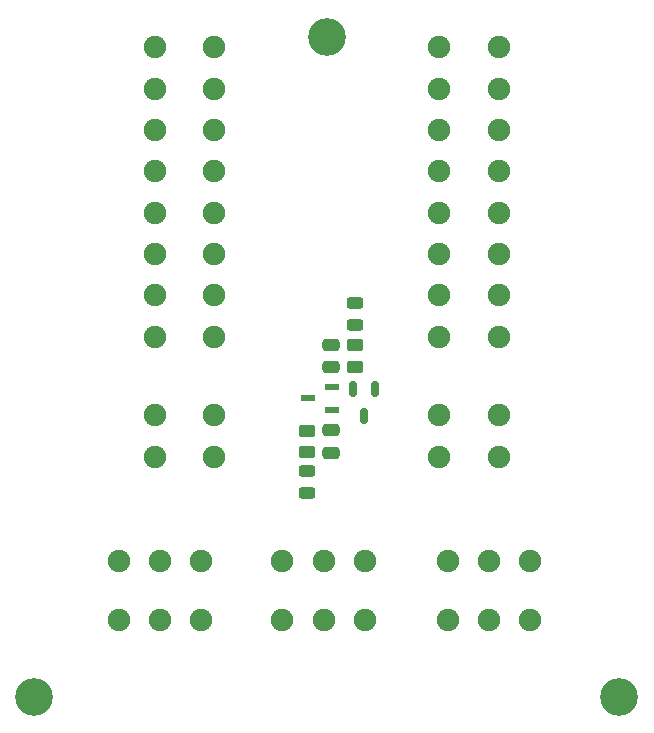
<source format=gts>
G04 #@! TF.GenerationSoftware,KiCad,Pcbnew,9.0.0*
G04 #@! TF.CreationDate,2025-02-28T23:24:18-08:00*
G04 #@! TF.ProjectId,Constellation STAR UAF V1.1,436f6e73-7465-46c6-9c61-74696f6e2053,rev?*
G04 #@! TF.SameCoordinates,Original*
G04 #@! TF.FileFunction,Soldermask,Top*
G04 #@! TF.FilePolarity,Negative*
%FSLAX46Y46*%
G04 Gerber Fmt 4.6, Leading zero omitted, Abs format (unit mm)*
G04 Created by KiCad (PCBNEW 9.0.0) date 2025-02-28 23:24:18*
%MOMM*%
%LPD*%
G01*
G04 APERTURE LIST*
G04 Aperture macros list*
%AMRoundRect*
0 Rectangle with rounded corners*
0 $1 Rounding radius*
0 $2 $3 $4 $5 $6 $7 $8 $9 X,Y pos of 4 corners*
0 Add a 4 corners polygon primitive as box body*
4,1,4,$2,$3,$4,$5,$6,$7,$8,$9,$2,$3,0*
0 Add four circle primitives for the rounded corners*
1,1,$1+$1,$2,$3*
1,1,$1+$1,$4,$5*
1,1,$1+$1,$6,$7*
1,1,$1+$1,$8,$9*
0 Add four rect primitives between the rounded corners*
20,1,$1+$1,$2,$3,$4,$5,0*
20,1,$1+$1,$4,$5,$6,$7,0*
20,1,$1+$1,$6,$7,$8,$9,0*
20,1,$1+$1,$8,$9,$2,$3,0*%
G04 Aperture macros list end*
%ADD10C,3.200000*%
%ADD11C,1.900000*%
%ADD12RoundRect,0.250000X0.450000X-0.262500X0.450000X0.262500X-0.450000X0.262500X-0.450000X-0.262500X0*%
%ADD13R,1.250000X0.600000*%
%ADD14RoundRect,0.250000X0.475000X-0.250000X0.475000X0.250000X-0.475000X0.250000X-0.475000X-0.250000X0*%
%ADD15RoundRect,0.250000X-0.450000X0.262500X-0.450000X-0.262500X0.450000X-0.262500X0.450000X0.262500X0*%
%ADD16RoundRect,0.243750X-0.456250X0.243750X-0.456250X-0.243750X0.456250X-0.243750X0.456250X0.243750X0*%
%ADD17RoundRect,0.243750X0.456250X-0.243750X0.456250X0.243750X-0.456250X0.243750X-0.456250X-0.243750X0*%
%ADD18RoundRect,0.150000X-0.150000X0.512500X-0.150000X-0.512500X0.150000X-0.512500X0.150000X0.512500X0*%
%ADD19RoundRect,0.250000X-0.475000X0.250000X-0.475000X-0.250000X0.475000X-0.250000X0.475000X0.250000X0*%
G04 APERTURE END LIST*
D10*
X78740000Y-85090000D03*
D11*
X63500000Y-54610000D03*
X68500000Y-54610000D03*
X63500000Y-51110000D03*
X68499999Y-51109999D03*
X63500000Y-47609998D03*
X68500000Y-47609998D03*
X63500000Y-44109997D03*
X68500000Y-44109997D03*
X63500000Y-40609997D03*
X68500000Y-40609997D03*
X63500000Y-37109997D03*
X68500000Y-37109997D03*
X63500000Y-33609996D03*
X68500000Y-33609996D03*
X63500000Y-30109995D03*
X68500000Y-30109995D03*
X64195000Y-73580000D03*
X64195000Y-78580000D03*
X67695000Y-73580000D03*
X67695000Y-78580000D03*
X71195001Y-73580000D03*
X71195001Y-78580000D03*
D12*
X56360000Y-57154999D03*
X56360000Y-55329999D03*
D13*
X54430000Y-60780000D03*
X54430000Y-58880000D03*
X52329999Y-59830000D03*
D14*
X54329999Y-57179999D03*
X54329999Y-55280001D03*
D10*
X29210000Y-85090000D03*
D15*
X52279999Y-62567499D03*
X52279999Y-64392499D03*
D16*
X56360000Y-51754998D03*
X56360000Y-53630000D03*
D11*
X36350000Y-73580000D03*
X36350000Y-78580000D03*
X39850000Y-73580000D03*
X39850000Y-78580000D03*
X43350001Y-73580000D03*
X43350001Y-78580000D03*
D17*
X52279999Y-67867500D03*
X52279999Y-65992498D03*
D18*
X58079998Y-59012500D03*
X56180000Y-59012500D03*
X57129999Y-61287500D03*
D11*
X44450000Y-61270000D03*
X39450000Y-61270000D03*
X44450000Y-64770000D03*
X39450000Y-64770000D03*
X63500000Y-64770000D03*
X68500000Y-64770000D03*
X63500000Y-61270000D03*
X68500000Y-61270000D03*
D19*
X54279999Y-62530000D03*
X54279999Y-64429998D03*
D11*
X50190000Y-73580000D03*
X50190000Y-78580000D03*
X53690000Y-73580000D03*
X53690000Y-78580000D03*
X57190001Y-73580000D03*
X57190001Y-78580000D03*
D10*
X53975000Y-29210000D03*
D11*
X44450000Y-30109995D03*
X39450000Y-30109995D03*
X44450000Y-33609995D03*
X39450001Y-33609996D03*
X44450000Y-37109997D03*
X39450000Y-37109997D03*
X44450000Y-40609998D03*
X39450000Y-40609998D03*
X44450000Y-44109998D03*
X39450000Y-44109998D03*
X44450000Y-47609998D03*
X39450000Y-47609998D03*
X44450000Y-51109999D03*
X39450000Y-51109999D03*
X44450000Y-54610000D03*
X39450000Y-54610000D03*
M02*

</source>
